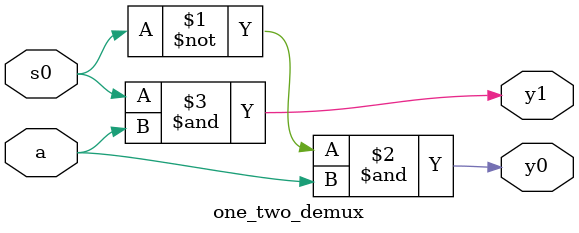
<source format=v>
`timescale 1ns / 1ps
module one_two_demux(y0,y1,a,s0);
input a,s0;
output y0,y1;
and(y0,~(s0),a);
and(y1,s0,a);
endmodule

</source>
